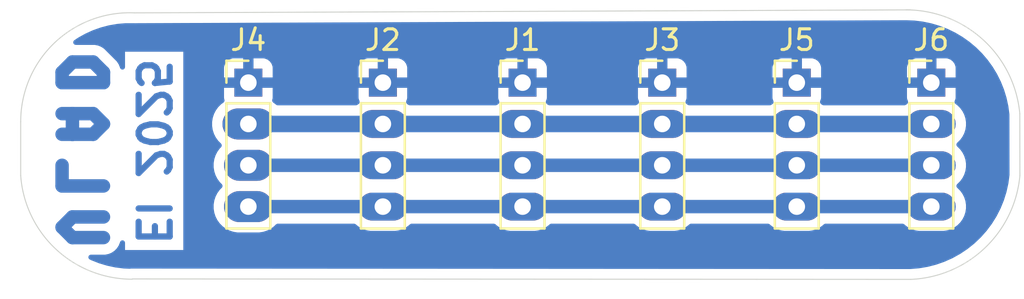
<source format=kicad_pcb>
(kicad_pcb (version 20241229) (generator "pcbnew") (generator_version "9.0")
  (layers (0 "F.Cu" signal) (2 "B.Cu" signal) (13 "F.Paste" user) (15 "B.Paste" user) (5 "F.SilkS" user "F.Silkscreen") (7 "B.SilkS" user "B.Silkscreen") (1 "F.Mask" user) (3 "B.Mask" user) (25 "Edge.Cuts" user))
  (net 0 "")
  (net 1 "/GND")
  (net 2 "/Vlad_1")
  (net 3 "/3v3")
  (net 4 "/Vlad_2")
  (footprint "Connector_PinHeader_2.00mm:PinHeader_1x04_P2.00mm_Vertical" (layer "F.Cu") (at 142.5 90.5)
    (property "Reference" "J5" (at 0 -2.06 0) (layer "F.SilkS"))
    (property "Value" "Air_quality")
    (fp_line (start -1.06 -1.06) (end 0 -1.06) (stroke (width 0.12)) (layer "F.SilkS"))
    (fp_line (start -1.06 0) (end -1.06 -1.06) (stroke (width 0.12)) (layer "F.SilkS"))
    (fp_line (start -1.06 1) (end -1.06 7.06) (stroke (width 0.12)) (layer "F.SilkS"))
    (fp_line (start -1.06 1) (end 1.06 1) (stroke (width 0.12)) (layer "F.SilkS"))
    (fp_line (start -1.06 7.06) (end 1.06 7.06) (stroke (width 0.12)) (layer "F.SilkS"))
    (fp_line (start 1.06 1) (end 1.06 7.06) (stroke (width 0.12)) (layer "F.SilkS"))
    (pad "1" thru_hole rect (at 0 0) (size 1.35 1.35) (drill 0.8) (layers "*.Cu" "*.Mask") (net 1 "/GND"))
    (pad "2" thru_hole oval (at 0 2) (size 2.35 1.35) (drill 0.8) (layers "*.Cu" "*.Mask") (net 3 "/3v3"))
    (pad "3" thru_hole oval (at 0 4) (size 2.35 1.35) (drill 0.8) (layers "*.Cu" "*.Mask") (net 2 "/Vlad_1"))
    (pad "4" thru_hole oval (at 0 6) (size 2.35 1.35) (drill 0.8) (layers "*.Cu" "*.Mask") (net 4 "/Vlad_2"))
  )
  (footprint "Connector_PinHeader_2.00mm:PinHeader_1x04_P2.00mm_Vertical" (layer "F.Cu") (at 116 90.5)
    (property "Reference" "J4" (at 0 -2.06 0) (layer "F.SilkS"))
    (property "Value" "Multi_Gaz")
    (fp_line (start -1.06 -1.06) (end 0 -1.06) (stroke (width 0.12)) (layer "F.SilkS"))
    (fp_line (start -1.06 0) (end -1.06 -1.06) (stroke (width 0.12)) (layer "F.SilkS"))
    (fp_line (start -1.06 1) (end -1.06 7.06) (stroke (width 0.12)) (layer "F.SilkS"))
    (fp_line (start -1.06 1) (end 1.06 1) (stroke (width 0.12)) (layer "F.SilkS"))
    (fp_line (start -1.06 7.06) (end 1.06 7.06) (stroke (width 0.12)) (layer "F.SilkS"))
    (fp_line (start 1.06 1) (end 1.06 7.06) (stroke (width 0.12)) (layer "F.SilkS"))
    (pad "1" thru_hole rect (at 0 0) (size 1.35 1.35) (drill 0.8) (layers "*.Cu" "*.Mask") (net 1 "/GND"))
    (pad "2" thru_hole oval (at 0 2) (size 2.5 1.5) (drill 0.8) (layers "*.Cu" "*.Mask") (net 3 "/3v3"))
    (pad "3" thru_hole oval (at 0 4) (size 2.35 1.5) (drill 0.8) (layers "*.Cu" "*.Mask") (net 2 "/Vlad_1"))
    (pad "4" thru_hole oval (at 0 6) (size 2.35 1.5) (drill 0.8) (layers "*.Cu" "*.Mask") (net 4 "/Vlad_2"))
  )
  (footprint "Connector_PinHeader_2.00mm:PinHeader_1x04_P2.00mm_Vertical" (layer "F.Cu") (at 129.25 90.5)
    (property "Reference" "J1" (at 0 -2.06 0) (layer "F.SilkS"))
    (property "Value" "O2")
    (fp_line (start -1.06 -1.06) (end 0 -1.06) (stroke (width 0.12)) (layer "F.SilkS"))
    (fp_line (start -1.06 0) (end -1.06 -1.06) (stroke (width 0.12)) (layer "F.SilkS"))
    (fp_line (start -1.06 1) (end -1.06 7.06) (stroke (width 0.12)) (layer "F.SilkS"))
    (fp_line (start -1.06 1) (end 1.06 1) (stroke (width 0.12)) (layer "F.SilkS"))
    (fp_line (start -1.06 7.06) (end 1.06 7.06) (stroke (width 0.12)) (layer "F.SilkS"))
    (fp_line (start 1.06 1) (end 1.06 7.06) (stroke (width 0.12)) (layer "F.SilkS"))
    (pad "1" thru_hole rect (at 0 0) (size 1.35 1.35) (drill 0.8) (layers "*.Cu" "*.Mask") (net 1 "/GND"))
    (pad "2" thru_hole oval (at 0 2) (size 2.35 1.35) (drill 0.8) (layers "*.Cu" "*.Mask") (net 3 "/3v3"))
    (pad "3" thru_hole oval (at 0 4) (size 2.35 1.35) (drill 0.8) (layers "*.Cu" "*.Mask") (net 2 "/Vlad_1"))
    (pad "4" thru_hole oval (at 0 6) (size 2.35 1.35) (drill 0.8) (layers "*.Cu" "*.Mask") (net 4 "/Vlad_2"))
  )
  (footprint "Connector_PinHeader_2.00mm:PinHeader_1x04_P2.00mm_Vertical" (layer "F.Cu") (at 136 90.5)
    (property "Reference" "J3" (at 0 -2.06 0) (layer "F.SilkS"))
    (property "Value" "Pressure")
    (fp_line (start -1.06 -1.06) (end 0 -1.06) (stroke (width 0.12)) (layer "F.SilkS"))
    (fp_line (start -1.06 0) (end -1.06 -1.06) (stroke (width 0.12)) (layer "F.SilkS"))
    (fp_line (start -1.06 1) (end -1.06 7.06) (stroke (width 0.12)) (layer "F.SilkS"))
    (fp_line (start -1.06 1) (end 1.06 1) (stroke (width 0.12)) (layer "F.SilkS"))
    (fp_line (start -1.06 7.06) (end 1.06 7.06) (stroke (width 0.12)) (layer "F.SilkS"))
    (fp_line (start 1.06 1) (end 1.06 7.06) (stroke (width 0.12)) (layer "F.SilkS"))
    (pad "1" thru_hole rect (at 0 0) (size 1.35 1.35) (drill 0.8) (layers "*.Cu" "*.Mask") (net 1 "/GND"))
    (pad "2" thru_hole oval (at 0 2) (size 2.35 1.35) (drill 0.8) (layers "*.Cu" "*.Mask") (net 3 "/3v3"))
    (pad "3" thru_hole oval (at 0 4) (size 2.35 1.35) (drill 0.8) (layers "*.Cu" "*.Mask") (net 2 "/Vlad_1"))
    (pad "4" thru_hole oval (at 0 6) (size 2.35 1.35) (drill 0.8) (layers "*.Cu" "*.Mask") (net 4 "/Vlad_2"))
  )
  (footprint "Connector_PinHeader_2.00mm:PinHeader_1x04_P2.00mm_Vertical" (layer "F.Cu") (at 149 90.5)
    (property "Reference" "J6" (at 0 -2.06 0) (layer "F.SilkS"))
    (property "Value" "Source")
    (fp_line (start -1.06 -1.06) (end 0 -1.06) (stroke (width 0.12)) (layer "F.SilkS"))
    (fp_line (start -1.06 0) (end -1.06 -1.06) (stroke (width 0.12)) (layer "F.SilkS"))
    (fp_line (start -1.06 1) (end -1.06 7.06) (stroke (width 0.12)) (layer "F.SilkS"))
    (fp_line (start -1.06 1) (end 1.06 1) (stroke (width 0.12)) (layer "F.SilkS"))
    (fp_line (start -1.06 7.06) (end 1.06 7.06) (stroke (width 0.12)) (layer "F.SilkS"))
    (fp_line (start 1.06 1) (end 1.06 7.06) (stroke (width 0.12)) (layer "F.SilkS"))
    (pad "1" thru_hole rect (at 0 0) (size 1.35 1.35) (drill 0.8) (layers "*.Cu" "*.Mask") (net 1 "/GND"))
    (pad "2" thru_hole oval (at 0 2) (size 2.35 1.35) (drill 0.8) (layers "*.Cu" "F.Mask") (net 3 "/3v3"))
    (pad "3" thru_hole oval (at 0 4) (size 2.35 1.35) (drill 0.8) (layers "*.Cu" "*.Mask") (net 2 "/Vlad_1"))
    (pad "4" thru_hole oval (at 0 6) (size 2.35 1.35) (drill 0.8) (layers "*.Cu" "*.Mask") (net 4 "/Vlad_2"))
  )
  (footprint "Connector_PinHeader_2.00mm:PinHeader_1x04_P2.00mm_Vertical" (layer "F.Cu") (at 122.5 90.5)
    (property "Reference" "J2" (at 0 -2.06 0) (layer "F.SilkS"))
    (property "Value" "CO2")
    (fp_line (start -1.06 -1.06) (end 0 -1.06) (stroke (width 0.12)) (layer "F.SilkS"))
    (fp_line (start -1.06 0) (end -1.06 -1.06) (stroke (width 0.12)) (layer "F.SilkS"))
    (fp_line (start -1.06 1) (end -1.06 7.06) (stroke (width 0.12)) (layer "F.SilkS"))
    (fp_line (start -1.06 1) (end 1.06 1) (stroke (width 0.12)) (layer "F.SilkS"))
    (fp_line (start -1.06 7.06) (end 1.06 7.06) (stroke (width 0.12)) (layer "F.SilkS"))
    (fp_line (start 1.06 1) (end 1.06 7.06) (stroke (width 0.12)) (layer "F.SilkS"))
    (pad "1" thru_hole rect (at 0 0) (size 1.35 1.35) (drill 0.8) (layers "*.Cu" "*.Mask") (net 1 "/GND"))
    (pad "2" thru_hole oval (at 0 2) (size 2.35 1.35) (drill 0.8) (layers "*.Cu" "*.Mask") (net 3 "/3v3"))
    (pad "3" thru_hole oval (at 0 4) (size 2.35 1.35) (drill 0.8) (layers "*.Cu" "*.Mask") (net 2 "/Vlad_1"))
    (pad "4" thru_hole oval (at 0 6) (size 2.35 1.35) (drill 0.8) (layers "*.Cu" "*.Mask") (net 4 "/Vlad_2"))
  )
  (gr_line (start 148 86.977319) (end 110.5 87.121971) (stroke (width 0.05)) (layer "Edge.Cuts"))
  (gr_arc (start 147.775845 86.977319) (mid 151.5 88.421928) (end 153.275845 92) (stroke (width 0.05)) (layer "Edge.Cuts"))
  (gr_line (start 148 100.02268) (end 110.3891 99.999999) (stroke (width 0.05)) (layer "Edge.Cuts"))
  (gr_line (start 105 92.389086) (end 105 95) (stroke (width 0.05)) (layer "Edge.Cuts"))
  (gr_arc (start 153.280373 95.000412) (mid 151.585077 98.504996) (end 148 100.02268) (stroke (width 0.05)) (layer "Edge.Cuts"))
  (gr_arc (start 110.3891 100.014028) (mid 106.708645 98.566669) (end 105 95) (stroke (width 0.05)) (layer "Edge.Cuts"))
  (gr_line (start 153.275845 92.00005) (end 153.280372 95.000412) (stroke (width 0.05)) (layer "Edge.Cuts"))
  (gr_arc (start 105 92.389086) (mid 106.62377 88.583227) (end 110.49485 87.121747) (stroke (width 0.05)) (layer "Edge.Cuts"))
  (gr_text "EI 2025" (at 110.5 98.5 270) (layer "B.Cu") (effects (font (size 1.5 1.5) (thickness 0.3) (bold yes)) (justify left bottom mirror)))
  (segment (start 109 90.5) (end 109 90) (width 0.65) (layer "B.Cu") (net 0))
  (segment (start 108.5 92) (end 107 92) (width 0.65) (layer "B.Cu") (net 0))
  (segment (start 107.5 89.5) (end 107 90) (width 0.65) (layer "B.Cu") (net 0))
  (segment (start 107 90.5) (end 109 90.5) (width 0.65) (layer "B.Cu") (net 0))
  (segment (start 108.5 93) (end 109 92.5) (width 0.65) (layer "B.Cu") (net 0))
  (segment (start 107 90) (end 107 90.5) (width 0.65) (layer "B.Cu") (net 0))
  (segment (start 107 97.5) (end 107.5 97) (width 0.65) (layer "B.Cu") (net 0))
  (segment (start 107.5 98) (end 107 97.5) (width 0.65) (layer "B.Cu") (net 0))
  (segment (start 107.5 92) (end 107.5 93) (width 0.65) (layer "B.Cu") (net 0))
  (segment (start 107 93) (end 107.5 93) (width 0.65) (layer "B.Cu") (net 0))
  (segment (start 109 92.5) (end 108.5 92) (width 0.65) (layer "B.Cu") (net 0))
  (segment (start 109 95.5) (end 107 95.5) (width 0.65) (layer "B.Cu") (net 0))
  (segment (start 108.5 89.5) (end 107.5 89.5) (width 0.65) (layer "B.Cu") (net 0))
  (segment (start 109 90) (end 108.5 89.5) (width 0.65) (layer "B.Cu") (net 0))
  (segment (start 107 95.5) (end 107 94.5) (width 0.65) (layer "B.Cu") (net 0))
  (segment (start 107.5 97) (end 109 97) (width 0.65) (layer "B.Cu") (net 0))
  (segment (start 109 98) (end 107.5 98) (width 0.65) (layer "B.Cu") (net 0))
  (segment (start 107.5 93) (end 108.5 93) (width 0.65) (layer "B.Cu") (net 0))
  (segment (start 149 94.5) (end 116 94.5) (width 0.65) (layer "B.Cu") (net 2))
  (segment (start 149 92.5) (end 116 92.5) (width 0.8) (layer "B.Cu") (net 3))
  (segment (start 116 96.5) (end 149 96.5) (width 0.65) (layer "B.Cu") (net 4))
  (zone (net 1) (net_name "/GND") (layer "B.Cu") (connect_pads (clearance 0.5)) (min_thickness 0.25) (fill yes (thermal_gap 0.5) (thermal_bridge_width 0.5))
    (polygon (pts (xy 153.5 86.5) (xy 153.5 101) (xy 104 101) (xy 104 86.5)))
  )
)
</source>
